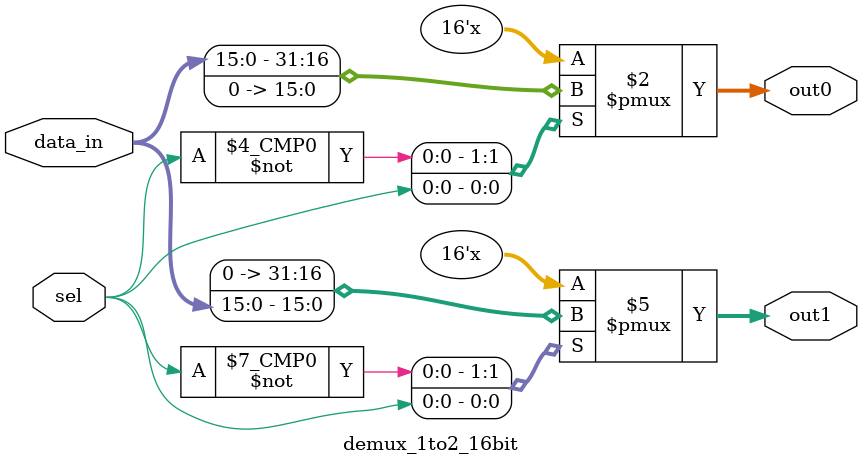
<source format=v>
module demux_1to2_16bit (
    input [15:0] data_in,    // äëðéñä (16 áéè)
    input sel,               // áéè äáçéøä (0 àå 1)
    output reg [15:0] out0,  // éöéàä 0
    output reg [15:0] out1   // éöéàä 1
);

    always @(*) begin
        // áøéøú îçãì: äéöéàåú îàåôñåú
        out0 = 16'd0;
        out1 = 16'd0;
        
        case (sel)
            1'b0: out0 = data_in; // ðéúåá äîéãò ìéöéàä äøàùåðä
            1'b1: out1 = data_in; // ðéúåá äîéãò ìéöéàä äùðééä
        endcase
    end
    
endmodule
</source>
